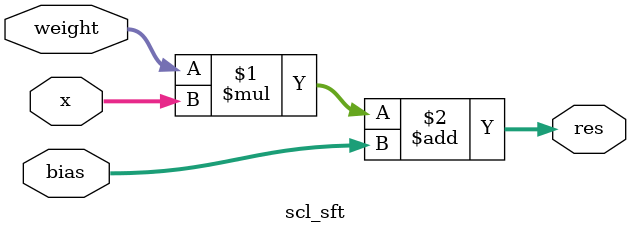
<source format=v>
module scl_sft
(
	input [7:0] x,
	input [7:0] weight,
	input [7:0] bias,

	output [7:0] res
);

	assign res = weight*x + bias	;

endmodule

</source>
